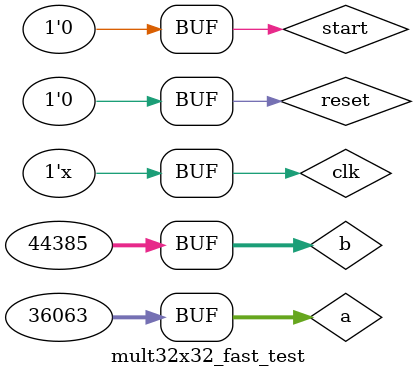
<source format=sv>
module mult32x32_fast_test;

    logic clk;            // Clock
    logic reset;          // Reset
    logic start;          // Start signal
    logic [31:0] a;       // Input a
    logic [31:0] b;       // Input b
    logic busy;           // Multiplier busy indication
    logic [63:0] product; // Miltiplication product

// Put your code here
// ------------------

parameter cycle = 2;

mult32x32_fast mult(
    clk, reset,
    start,
    a, b,
    busy, product
);

initial begin
    clk = 1'b1;
end

always begin
    #(cycle / 2) clk = ~clk;
end

initial begin
    reset = 1;
    start = 0;
    a = 32'h0;
    b = 32'h0;
    #(cycle * 4);

    reset = 0;
    #cycle;

    a = 209161439;
    b = 315075937;
    start = 1;
    #cycle;
    start = 0;
    #(cycle * 4);

    a = a & 32'h0000ffff;
    b = b & 32'h0000ffff;
    start = 1;
    #cycle;
    start = 0;
    #(cycle * 5);
end

// End of your code

endmodule

</source>
